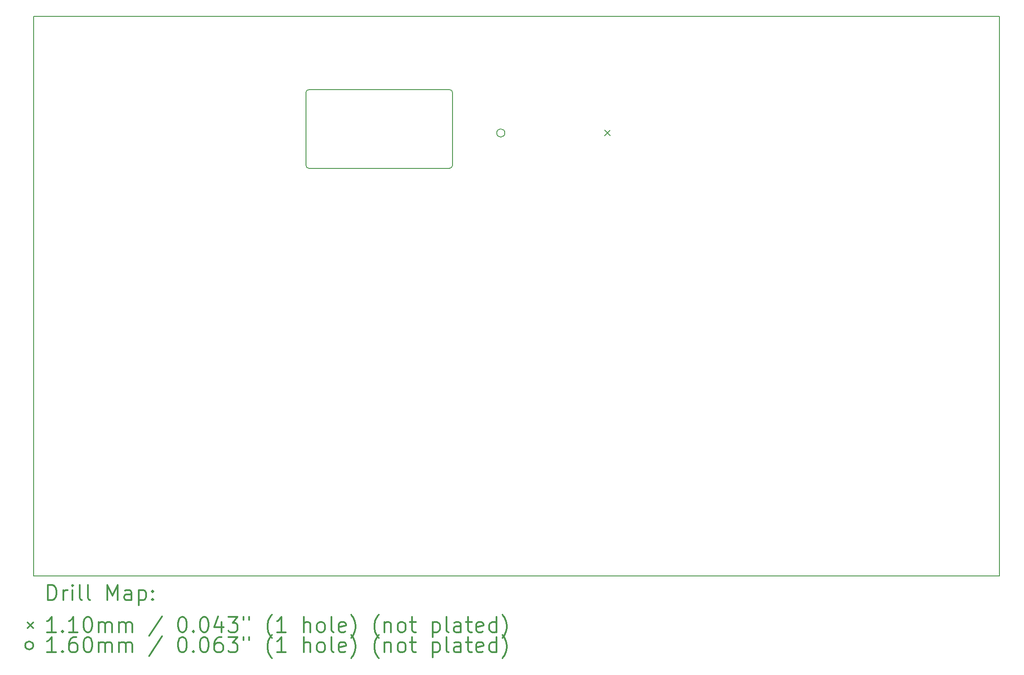
<source format=gbr>
%FSLAX45Y45*%
G04 Gerber Fmt 4.5, Leading zero omitted, Abs format (unit mm)*
G04 Created by KiCad (PCBNEW (5.1.7)-1) date 2021-12-19 02:38:39*
%MOMM*%
%LPD*%
G01*
G04 APERTURE LIST*
%TA.AperFunction,Profile*%
%ADD10C,0.150000*%
%TD*%
%ADD11C,0.200000*%
%ADD12C,0.300000*%
G04 APERTURE END LIST*
D10*
X15225500Y-5329900D02*
X12914100Y-5329900D01*
X12914100Y-5329900D02*
X12495000Y-5329900D01*
X12469600Y-5329900D02*
X12495000Y-5329900D01*
X12406100Y-5495000D02*
X12406100Y-5393400D01*
X12406100Y-6815800D02*
X12406100Y-5495000D01*
X15225500Y-6879300D02*
X12469600Y-6879300D01*
X15289000Y-6815800D02*
X15289000Y-5393400D01*
X12406100Y-5393400D02*
G75*
G02*
X12469600Y-5329900I63500J0D01*
G01*
X15225500Y-5329900D02*
G75*
G02*
X15289000Y-5393400I0J-63500D01*
G01*
X12469600Y-6879300D02*
G75*
G02*
X12406100Y-6815800I0J63500D01*
G01*
X15289000Y-6815800D02*
G75*
G02*
X15225500Y-6879300I-63500J0D01*
G01*
X26033200Y-3894800D02*
X25525200Y-3894800D01*
X26033200Y-5622000D02*
X26033200Y-3894800D01*
X26033200Y-14893000D02*
X26033200Y-5622000D01*
X7059400Y-3894800D02*
X7084800Y-3894800D01*
X7059400Y-14893000D02*
X7059400Y-3894800D01*
X25525200Y-3894800D02*
X7084800Y-3894800D01*
X26033200Y-14893000D02*
X7059400Y-14893000D01*
D11*
X18280110Y-6128900D02*
X18390110Y-6238900D01*
X18390110Y-6128900D02*
X18280110Y-6238900D01*
X16315110Y-6183900D02*
G75*
G03*
X16315110Y-6183900I-80000J0D01*
G01*
D12*
X7338328Y-15366214D02*
X7338328Y-15066214D01*
X7409757Y-15066214D01*
X7452614Y-15080500D01*
X7481186Y-15109071D01*
X7495471Y-15137643D01*
X7509757Y-15194786D01*
X7509757Y-15237643D01*
X7495471Y-15294786D01*
X7481186Y-15323357D01*
X7452614Y-15351929D01*
X7409757Y-15366214D01*
X7338328Y-15366214D01*
X7638328Y-15366214D02*
X7638328Y-15166214D01*
X7638328Y-15223357D02*
X7652614Y-15194786D01*
X7666900Y-15180500D01*
X7695471Y-15166214D01*
X7724043Y-15166214D01*
X7824043Y-15366214D02*
X7824043Y-15166214D01*
X7824043Y-15066214D02*
X7809757Y-15080500D01*
X7824043Y-15094786D01*
X7838328Y-15080500D01*
X7824043Y-15066214D01*
X7824043Y-15094786D01*
X8009757Y-15366214D02*
X7981186Y-15351929D01*
X7966900Y-15323357D01*
X7966900Y-15066214D01*
X8166900Y-15366214D02*
X8138328Y-15351929D01*
X8124043Y-15323357D01*
X8124043Y-15066214D01*
X8509757Y-15366214D02*
X8509757Y-15066214D01*
X8609757Y-15280500D01*
X8709757Y-15066214D01*
X8709757Y-15366214D01*
X8981186Y-15366214D02*
X8981186Y-15209071D01*
X8966900Y-15180500D01*
X8938328Y-15166214D01*
X8881186Y-15166214D01*
X8852614Y-15180500D01*
X8981186Y-15351929D02*
X8952614Y-15366214D01*
X8881186Y-15366214D01*
X8852614Y-15351929D01*
X8838328Y-15323357D01*
X8838328Y-15294786D01*
X8852614Y-15266214D01*
X8881186Y-15251929D01*
X8952614Y-15251929D01*
X8981186Y-15237643D01*
X9124043Y-15166214D02*
X9124043Y-15466214D01*
X9124043Y-15180500D02*
X9152614Y-15166214D01*
X9209757Y-15166214D01*
X9238328Y-15180500D01*
X9252614Y-15194786D01*
X9266900Y-15223357D01*
X9266900Y-15309071D01*
X9252614Y-15337643D01*
X9238328Y-15351929D01*
X9209757Y-15366214D01*
X9152614Y-15366214D01*
X9124043Y-15351929D01*
X9395471Y-15337643D02*
X9409757Y-15351929D01*
X9395471Y-15366214D01*
X9381186Y-15351929D01*
X9395471Y-15337643D01*
X9395471Y-15366214D01*
X9395471Y-15180500D02*
X9409757Y-15194786D01*
X9395471Y-15209071D01*
X9381186Y-15194786D01*
X9395471Y-15180500D01*
X9395471Y-15209071D01*
X6941900Y-15805500D02*
X7051900Y-15915500D01*
X7051900Y-15805500D02*
X6941900Y-15915500D01*
X7495471Y-15996214D02*
X7324043Y-15996214D01*
X7409757Y-15996214D02*
X7409757Y-15696214D01*
X7381186Y-15739071D01*
X7352614Y-15767643D01*
X7324043Y-15781929D01*
X7624043Y-15967643D02*
X7638328Y-15981929D01*
X7624043Y-15996214D01*
X7609757Y-15981929D01*
X7624043Y-15967643D01*
X7624043Y-15996214D01*
X7924043Y-15996214D02*
X7752614Y-15996214D01*
X7838328Y-15996214D02*
X7838328Y-15696214D01*
X7809757Y-15739071D01*
X7781186Y-15767643D01*
X7752614Y-15781929D01*
X8109757Y-15696214D02*
X8138328Y-15696214D01*
X8166900Y-15710500D01*
X8181186Y-15724786D01*
X8195471Y-15753357D01*
X8209757Y-15810500D01*
X8209757Y-15881929D01*
X8195471Y-15939071D01*
X8181186Y-15967643D01*
X8166900Y-15981929D01*
X8138328Y-15996214D01*
X8109757Y-15996214D01*
X8081186Y-15981929D01*
X8066900Y-15967643D01*
X8052614Y-15939071D01*
X8038328Y-15881929D01*
X8038328Y-15810500D01*
X8052614Y-15753357D01*
X8066900Y-15724786D01*
X8081186Y-15710500D01*
X8109757Y-15696214D01*
X8338328Y-15996214D02*
X8338328Y-15796214D01*
X8338328Y-15824786D02*
X8352614Y-15810500D01*
X8381186Y-15796214D01*
X8424043Y-15796214D01*
X8452614Y-15810500D01*
X8466900Y-15839071D01*
X8466900Y-15996214D01*
X8466900Y-15839071D02*
X8481186Y-15810500D01*
X8509757Y-15796214D01*
X8552614Y-15796214D01*
X8581186Y-15810500D01*
X8595471Y-15839071D01*
X8595471Y-15996214D01*
X8738328Y-15996214D02*
X8738328Y-15796214D01*
X8738328Y-15824786D02*
X8752614Y-15810500D01*
X8781186Y-15796214D01*
X8824043Y-15796214D01*
X8852614Y-15810500D01*
X8866900Y-15839071D01*
X8866900Y-15996214D01*
X8866900Y-15839071D02*
X8881186Y-15810500D01*
X8909757Y-15796214D01*
X8952614Y-15796214D01*
X8981186Y-15810500D01*
X8995471Y-15839071D01*
X8995471Y-15996214D01*
X9581186Y-15681929D02*
X9324043Y-16067643D01*
X9966900Y-15696214D02*
X9995471Y-15696214D01*
X10024043Y-15710500D01*
X10038328Y-15724786D01*
X10052614Y-15753357D01*
X10066900Y-15810500D01*
X10066900Y-15881929D01*
X10052614Y-15939071D01*
X10038328Y-15967643D01*
X10024043Y-15981929D01*
X9995471Y-15996214D01*
X9966900Y-15996214D01*
X9938328Y-15981929D01*
X9924043Y-15967643D01*
X9909757Y-15939071D01*
X9895471Y-15881929D01*
X9895471Y-15810500D01*
X9909757Y-15753357D01*
X9924043Y-15724786D01*
X9938328Y-15710500D01*
X9966900Y-15696214D01*
X10195471Y-15967643D02*
X10209757Y-15981929D01*
X10195471Y-15996214D01*
X10181186Y-15981929D01*
X10195471Y-15967643D01*
X10195471Y-15996214D01*
X10395471Y-15696214D02*
X10424043Y-15696214D01*
X10452614Y-15710500D01*
X10466900Y-15724786D01*
X10481186Y-15753357D01*
X10495471Y-15810500D01*
X10495471Y-15881929D01*
X10481186Y-15939071D01*
X10466900Y-15967643D01*
X10452614Y-15981929D01*
X10424043Y-15996214D01*
X10395471Y-15996214D01*
X10366900Y-15981929D01*
X10352614Y-15967643D01*
X10338328Y-15939071D01*
X10324043Y-15881929D01*
X10324043Y-15810500D01*
X10338328Y-15753357D01*
X10352614Y-15724786D01*
X10366900Y-15710500D01*
X10395471Y-15696214D01*
X10752614Y-15796214D02*
X10752614Y-15996214D01*
X10681186Y-15681929D02*
X10609757Y-15896214D01*
X10795471Y-15896214D01*
X10881186Y-15696214D02*
X11066900Y-15696214D01*
X10966900Y-15810500D01*
X11009757Y-15810500D01*
X11038328Y-15824786D01*
X11052614Y-15839071D01*
X11066900Y-15867643D01*
X11066900Y-15939071D01*
X11052614Y-15967643D01*
X11038328Y-15981929D01*
X11009757Y-15996214D01*
X10924043Y-15996214D01*
X10895471Y-15981929D01*
X10881186Y-15967643D01*
X11181186Y-15696214D02*
X11181186Y-15753357D01*
X11295471Y-15696214D02*
X11295471Y-15753357D01*
X11738328Y-16110500D02*
X11724043Y-16096214D01*
X11695471Y-16053357D01*
X11681186Y-16024786D01*
X11666900Y-15981929D01*
X11652614Y-15910500D01*
X11652614Y-15853357D01*
X11666900Y-15781929D01*
X11681186Y-15739071D01*
X11695471Y-15710500D01*
X11724043Y-15667643D01*
X11738328Y-15653357D01*
X12009757Y-15996214D02*
X11838328Y-15996214D01*
X11924043Y-15996214D02*
X11924043Y-15696214D01*
X11895471Y-15739071D01*
X11866900Y-15767643D01*
X11838328Y-15781929D01*
X12366900Y-15996214D02*
X12366900Y-15696214D01*
X12495471Y-15996214D02*
X12495471Y-15839071D01*
X12481186Y-15810500D01*
X12452614Y-15796214D01*
X12409757Y-15796214D01*
X12381186Y-15810500D01*
X12366900Y-15824786D01*
X12681186Y-15996214D02*
X12652614Y-15981929D01*
X12638328Y-15967643D01*
X12624043Y-15939071D01*
X12624043Y-15853357D01*
X12638328Y-15824786D01*
X12652614Y-15810500D01*
X12681186Y-15796214D01*
X12724043Y-15796214D01*
X12752614Y-15810500D01*
X12766900Y-15824786D01*
X12781186Y-15853357D01*
X12781186Y-15939071D01*
X12766900Y-15967643D01*
X12752614Y-15981929D01*
X12724043Y-15996214D01*
X12681186Y-15996214D01*
X12952614Y-15996214D02*
X12924043Y-15981929D01*
X12909757Y-15953357D01*
X12909757Y-15696214D01*
X13181186Y-15981929D02*
X13152614Y-15996214D01*
X13095471Y-15996214D01*
X13066900Y-15981929D01*
X13052614Y-15953357D01*
X13052614Y-15839071D01*
X13066900Y-15810500D01*
X13095471Y-15796214D01*
X13152614Y-15796214D01*
X13181186Y-15810500D01*
X13195471Y-15839071D01*
X13195471Y-15867643D01*
X13052614Y-15896214D01*
X13295471Y-16110500D02*
X13309757Y-16096214D01*
X13338328Y-16053357D01*
X13352614Y-16024786D01*
X13366900Y-15981929D01*
X13381186Y-15910500D01*
X13381186Y-15853357D01*
X13366900Y-15781929D01*
X13352614Y-15739071D01*
X13338328Y-15710500D01*
X13309757Y-15667643D01*
X13295471Y-15653357D01*
X13838328Y-16110500D02*
X13824043Y-16096214D01*
X13795471Y-16053357D01*
X13781186Y-16024786D01*
X13766900Y-15981929D01*
X13752614Y-15910500D01*
X13752614Y-15853357D01*
X13766900Y-15781929D01*
X13781186Y-15739071D01*
X13795471Y-15710500D01*
X13824043Y-15667643D01*
X13838328Y-15653357D01*
X13952614Y-15796214D02*
X13952614Y-15996214D01*
X13952614Y-15824786D02*
X13966900Y-15810500D01*
X13995471Y-15796214D01*
X14038328Y-15796214D01*
X14066900Y-15810500D01*
X14081186Y-15839071D01*
X14081186Y-15996214D01*
X14266900Y-15996214D02*
X14238328Y-15981929D01*
X14224043Y-15967643D01*
X14209757Y-15939071D01*
X14209757Y-15853357D01*
X14224043Y-15824786D01*
X14238328Y-15810500D01*
X14266900Y-15796214D01*
X14309757Y-15796214D01*
X14338328Y-15810500D01*
X14352614Y-15824786D01*
X14366900Y-15853357D01*
X14366900Y-15939071D01*
X14352614Y-15967643D01*
X14338328Y-15981929D01*
X14309757Y-15996214D01*
X14266900Y-15996214D01*
X14452614Y-15796214D02*
X14566900Y-15796214D01*
X14495471Y-15696214D02*
X14495471Y-15953357D01*
X14509757Y-15981929D01*
X14538328Y-15996214D01*
X14566900Y-15996214D01*
X14895471Y-15796214D02*
X14895471Y-16096214D01*
X14895471Y-15810500D02*
X14924043Y-15796214D01*
X14981186Y-15796214D01*
X15009757Y-15810500D01*
X15024043Y-15824786D01*
X15038328Y-15853357D01*
X15038328Y-15939071D01*
X15024043Y-15967643D01*
X15009757Y-15981929D01*
X14981186Y-15996214D01*
X14924043Y-15996214D01*
X14895471Y-15981929D01*
X15209757Y-15996214D02*
X15181186Y-15981929D01*
X15166900Y-15953357D01*
X15166900Y-15696214D01*
X15452614Y-15996214D02*
X15452614Y-15839071D01*
X15438328Y-15810500D01*
X15409757Y-15796214D01*
X15352614Y-15796214D01*
X15324043Y-15810500D01*
X15452614Y-15981929D02*
X15424043Y-15996214D01*
X15352614Y-15996214D01*
X15324043Y-15981929D01*
X15309757Y-15953357D01*
X15309757Y-15924786D01*
X15324043Y-15896214D01*
X15352614Y-15881929D01*
X15424043Y-15881929D01*
X15452614Y-15867643D01*
X15552614Y-15796214D02*
X15666900Y-15796214D01*
X15595471Y-15696214D02*
X15595471Y-15953357D01*
X15609757Y-15981929D01*
X15638328Y-15996214D01*
X15666900Y-15996214D01*
X15881186Y-15981929D02*
X15852614Y-15996214D01*
X15795471Y-15996214D01*
X15766900Y-15981929D01*
X15752614Y-15953357D01*
X15752614Y-15839071D01*
X15766900Y-15810500D01*
X15795471Y-15796214D01*
X15852614Y-15796214D01*
X15881186Y-15810500D01*
X15895471Y-15839071D01*
X15895471Y-15867643D01*
X15752614Y-15896214D01*
X16152614Y-15996214D02*
X16152614Y-15696214D01*
X16152614Y-15981929D02*
X16124043Y-15996214D01*
X16066900Y-15996214D01*
X16038328Y-15981929D01*
X16024043Y-15967643D01*
X16009757Y-15939071D01*
X16009757Y-15853357D01*
X16024043Y-15824786D01*
X16038328Y-15810500D01*
X16066900Y-15796214D01*
X16124043Y-15796214D01*
X16152614Y-15810500D01*
X16266900Y-16110500D02*
X16281186Y-16096214D01*
X16309757Y-16053357D01*
X16324043Y-16024786D01*
X16338328Y-15981929D01*
X16352614Y-15910500D01*
X16352614Y-15853357D01*
X16338328Y-15781929D01*
X16324043Y-15739071D01*
X16309757Y-15710500D01*
X16281186Y-15667643D01*
X16266900Y-15653357D01*
X7051900Y-16256500D02*
G75*
G03*
X7051900Y-16256500I-80000J0D01*
G01*
X7495471Y-16392214D02*
X7324043Y-16392214D01*
X7409757Y-16392214D02*
X7409757Y-16092214D01*
X7381186Y-16135071D01*
X7352614Y-16163643D01*
X7324043Y-16177929D01*
X7624043Y-16363643D02*
X7638328Y-16377929D01*
X7624043Y-16392214D01*
X7609757Y-16377929D01*
X7624043Y-16363643D01*
X7624043Y-16392214D01*
X7895471Y-16092214D02*
X7838328Y-16092214D01*
X7809757Y-16106500D01*
X7795471Y-16120786D01*
X7766900Y-16163643D01*
X7752614Y-16220786D01*
X7752614Y-16335071D01*
X7766900Y-16363643D01*
X7781186Y-16377929D01*
X7809757Y-16392214D01*
X7866900Y-16392214D01*
X7895471Y-16377929D01*
X7909757Y-16363643D01*
X7924043Y-16335071D01*
X7924043Y-16263643D01*
X7909757Y-16235071D01*
X7895471Y-16220786D01*
X7866900Y-16206500D01*
X7809757Y-16206500D01*
X7781186Y-16220786D01*
X7766900Y-16235071D01*
X7752614Y-16263643D01*
X8109757Y-16092214D02*
X8138328Y-16092214D01*
X8166900Y-16106500D01*
X8181186Y-16120786D01*
X8195471Y-16149357D01*
X8209757Y-16206500D01*
X8209757Y-16277929D01*
X8195471Y-16335071D01*
X8181186Y-16363643D01*
X8166900Y-16377929D01*
X8138328Y-16392214D01*
X8109757Y-16392214D01*
X8081186Y-16377929D01*
X8066900Y-16363643D01*
X8052614Y-16335071D01*
X8038328Y-16277929D01*
X8038328Y-16206500D01*
X8052614Y-16149357D01*
X8066900Y-16120786D01*
X8081186Y-16106500D01*
X8109757Y-16092214D01*
X8338328Y-16392214D02*
X8338328Y-16192214D01*
X8338328Y-16220786D02*
X8352614Y-16206500D01*
X8381186Y-16192214D01*
X8424043Y-16192214D01*
X8452614Y-16206500D01*
X8466900Y-16235071D01*
X8466900Y-16392214D01*
X8466900Y-16235071D02*
X8481186Y-16206500D01*
X8509757Y-16192214D01*
X8552614Y-16192214D01*
X8581186Y-16206500D01*
X8595471Y-16235071D01*
X8595471Y-16392214D01*
X8738328Y-16392214D02*
X8738328Y-16192214D01*
X8738328Y-16220786D02*
X8752614Y-16206500D01*
X8781186Y-16192214D01*
X8824043Y-16192214D01*
X8852614Y-16206500D01*
X8866900Y-16235071D01*
X8866900Y-16392214D01*
X8866900Y-16235071D02*
X8881186Y-16206500D01*
X8909757Y-16192214D01*
X8952614Y-16192214D01*
X8981186Y-16206500D01*
X8995471Y-16235071D01*
X8995471Y-16392214D01*
X9581186Y-16077929D02*
X9324043Y-16463643D01*
X9966900Y-16092214D02*
X9995471Y-16092214D01*
X10024043Y-16106500D01*
X10038328Y-16120786D01*
X10052614Y-16149357D01*
X10066900Y-16206500D01*
X10066900Y-16277929D01*
X10052614Y-16335071D01*
X10038328Y-16363643D01*
X10024043Y-16377929D01*
X9995471Y-16392214D01*
X9966900Y-16392214D01*
X9938328Y-16377929D01*
X9924043Y-16363643D01*
X9909757Y-16335071D01*
X9895471Y-16277929D01*
X9895471Y-16206500D01*
X9909757Y-16149357D01*
X9924043Y-16120786D01*
X9938328Y-16106500D01*
X9966900Y-16092214D01*
X10195471Y-16363643D02*
X10209757Y-16377929D01*
X10195471Y-16392214D01*
X10181186Y-16377929D01*
X10195471Y-16363643D01*
X10195471Y-16392214D01*
X10395471Y-16092214D02*
X10424043Y-16092214D01*
X10452614Y-16106500D01*
X10466900Y-16120786D01*
X10481186Y-16149357D01*
X10495471Y-16206500D01*
X10495471Y-16277929D01*
X10481186Y-16335071D01*
X10466900Y-16363643D01*
X10452614Y-16377929D01*
X10424043Y-16392214D01*
X10395471Y-16392214D01*
X10366900Y-16377929D01*
X10352614Y-16363643D01*
X10338328Y-16335071D01*
X10324043Y-16277929D01*
X10324043Y-16206500D01*
X10338328Y-16149357D01*
X10352614Y-16120786D01*
X10366900Y-16106500D01*
X10395471Y-16092214D01*
X10752614Y-16092214D02*
X10695471Y-16092214D01*
X10666900Y-16106500D01*
X10652614Y-16120786D01*
X10624043Y-16163643D01*
X10609757Y-16220786D01*
X10609757Y-16335071D01*
X10624043Y-16363643D01*
X10638328Y-16377929D01*
X10666900Y-16392214D01*
X10724043Y-16392214D01*
X10752614Y-16377929D01*
X10766900Y-16363643D01*
X10781186Y-16335071D01*
X10781186Y-16263643D01*
X10766900Y-16235071D01*
X10752614Y-16220786D01*
X10724043Y-16206500D01*
X10666900Y-16206500D01*
X10638328Y-16220786D01*
X10624043Y-16235071D01*
X10609757Y-16263643D01*
X10881186Y-16092214D02*
X11066900Y-16092214D01*
X10966900Y-16206500D01*
X11009757Y-16206500D01*
X11038328Y-16220786D01*
X11052614Y-16235071D01*
X11066900Y-16263643D01*
X11066900Y-16335071D01*
X11052614Y-16363643D01*
X11038328Y-16377929D01*
X11009757Y-16392214D01*
X10924043Y-16392214D01*
X10895471Y-16377929D01*
X10881186Y-16363643D01*
X11181186Y-16092214D02*
X11181186Y-16149357D01*
X11295471Y-16092214D02*
X11295471Y-16149357D01*
X11738328Y-16506500D02*
X11724043Y-16492214D01*
X11695471Y-16449357D01*
X11681186Y-16420786D01*
X11666900Y-16377929D01*
X11652614Y-16306500D01*
X11652614Y-16249357D01*
X11666900Y-16177929D01*
X11681186Y-16135071D01*
X11695471Y-16106500D01*
X11724043Y-16063643D01*
X11738328Y-16049357D01*
X12009757Y-16392214D02*
X11838328Y-16392214D01*
X11924043Y-16392214D02*
X11924043Y-16092214D01*
X11895471Y-16135071D01*
X11866900Y-16163643D01*
X11838328Y-16177929D01*
X12366900Y-16392214D02*
X12366900Y-16092214D01*
X12495471Y-16392214D02*
X12495471Y-16235071D01*
X12481186Y-16206500D01*
X12452614Y-16192214D01*
X12409757Y-16192214D01*
X12381186Y-16206500D01*
X12366900Y-16220786D01*
X12681186Y-16392214D02*
X12652614Y-16377929D01*
X12638328Y-16363643D01*
X12624043Y-16335071D01*
X12624043Y-16249357D01*
X12638328Y-16220786D01*
X12652614Y-16206500D01*
X12681186Y-16192214D01*
X12724043Y-16192214D01*
X12752614Y-16206500D01*
X12766900Y-16220786D01*
X12781186Y-16249357D01*
X12781186Y-16335071D01*
X12766900Y-16363643D01*
X12752614Y-16377929D01*
X12724043Y-16392214D01*
X12681186Y-16392214D01*
X12952614Y-16392214D02*
X12924043Y-16377929D01*
X12909757Y-16349357D01*
X12909757Y-16092214D01*
X13181186Y-16377929D02*
X13152614Y-16392214D01*
X13095471Y-16392214D01*
X13066900Y-16377929D01*
X13052614Y-16349357D01*
X13052614Y-16235071D01*
X13066900Y-16206500D01*
X13095471Y-16192214D01*
X13152614Y-16192214D01*
X13181186Y-16206500D01*
X13195471Y-16235071D01*
X13195471Y-16263643D01*
X13052614Y-16292214D01*
X13295471Y-16506500D02*
X13309757Y-16492214D01*
X13338328Y-16449357D01*
X13352614Y-16420786D01*
X13366900Y-16377929D01*
X13381186Y-16306500D01*
X13381186Y-16249357D01*
X13366900Y-16177929D01*
X13352614Y-16135071D01*
X13338328Y-16106500D01*
X13309757Y-16063643D01*
X13295471Y-16049357D01*
X13838328Y-16506500D02*
X13824043Y-16492214D01*
X13795471Y-16449357D01*
X13781186Y-16420786D01*
X13766900Y-16377929D01*
X13752614Y-16306500D01*
X13752614Y-16249357D01*
X13766900Y-16177929D01*
X13781186Y-16135071D01*
X13795471Y-16106500D01*
X13824043Y-16063643D01*
X13838328Y-16049357D01*
X13952614Y-16192214D02*
X13952614Y-16392214D01*
X13952614Y-16220786D02*
X13966900Y-16206500D01*
X13995471Y-16192214D01*
X14038328Y-16192214D01*
X14066900Y-16206500D01*
X14081186Y-16235071D01*
X14081186Y-16392214D01*
X14266900Y-16392214D02*
X14238328Y-16377929D01*
X14224043Y-16363643D01*
X14209757Y-16335071D01*
X14209757Y-16249357D01*
X14224043Y-16220786D01*
X14238328Y-16206500D01*
X14266900Y-16192214D01*
X14309757Y-16192214D01*
X14338328Y-16206500D01*
X14352614Y-16220786D01*
X14366900Y-16249357D01*
X14366900Y-16335071D01*
X14352614Y-16363643D01*
X14338328Y-16377929D01*
X14309757Y-16392214D01*
X14266900Y-16392214D01*
X14452614Y-16192214D02*
X14566900Y-16192214D01*
X14495471Y-16092214D02*
X14495471Y-16349357D01*
X14509757Y-16377929D01*
X14538328Y-16392214D01*
X14566900Y-16392214D01*
X14895471Y-16192214D02*
X14895471Y-16492214D01*
X14895471Y-16206500D02*
X14924043Y-16192214D01*
X14981186Y-16192214D01*
X15009757Y-16206500D01*
X15024043Y-16220786D01*
X15038328Y-16249357D01*
X15038328Y-16335071D01*
X15024043Y-16363643D01*
X15009757Y-16377929D01*
X14981186Y-16392214D01*
X14924043Y-16392214D01*
X14895471Y-16377929D01*
X15209757Y-16392214D02*
X15181186Y-16377929D01*
X15166900Y-16349357D01*
X15166900Y-16092214D01*
X15452614Y-16392214D02*
X15452614Y-16235071D01*
X15438328Y-16206500D01*
X15409757Y-16192214D01*
X15352614Y-16192214D01*
X15324043Y-16206500D01*
X15452614Y-16377929D02*
X15424043Y-16392214D01*
X15352614Y-16392214D01*
X15324043Y-16377929D01*
X15309757Y-16349357D01*
X15309757Y-16320786D01*
X15324043Y-16292214D01*
X15352614Y-16277929D01*
X15424043Y-16277929D01*
X15452614Y-16263643D01*
X15552614Y-16192214D02*
X15666900Y-16192214D01*
X15595471Y-16092214D02*
X15595471Y-16349357D01*
X15609757Y-16377929D01*
X15638328Y-16392214D01*
X15666900Y-16392214D01*
X15881186Y-16377929D02*
X15852614Y-16392214D01*
X15795471Y-16392214D01*
X15766900Y-16377929D01*
X15752614Y-16349357D01*
X15752614Y-16235071D01*
X15766900Y-16206500D01*
X15795471Y-16192214D01*
X15852614Y-16192214D01*
X15881186Y-16206500D01*
X15895471Y-16235071D01*
X15895471Y-16263643D01*
X15752614Y-16292214D01*
X16152614Y-16392214D02*
X16152614Y-16092214D01*
X16152614Y-16377929D02*
X16124043Y-16392214D01*
X16066900Y-16392214D01*
X16038328Y-16377929D01*
X16024043Y-16363643D01*
X16009757Y-16335071D01*
X16009757Y-16249357D01*
X16024043Y-16220786D01*
X16038328Y-16206500D01*
X16066900Y-16192214D01*
X16124043Y-16192214D01*
X16152614Y-16206500D01*
X16266900Y-16506500D02*
X16281186Y-16492214D01*
X16309757Y-16449357D01*
X16324043Y-16420786D01*
X16338328Y-16377929D01*
X16352614Y-16306500D01*
X16352614Y-16249357D01*
X16338328Y-16177929D01*
X16324043Y-16135071D01*
X16309757Y-16106500D01*
X16281186Y-16063643D01*
X16266900Y-16049357D01*
M02*

</source>
